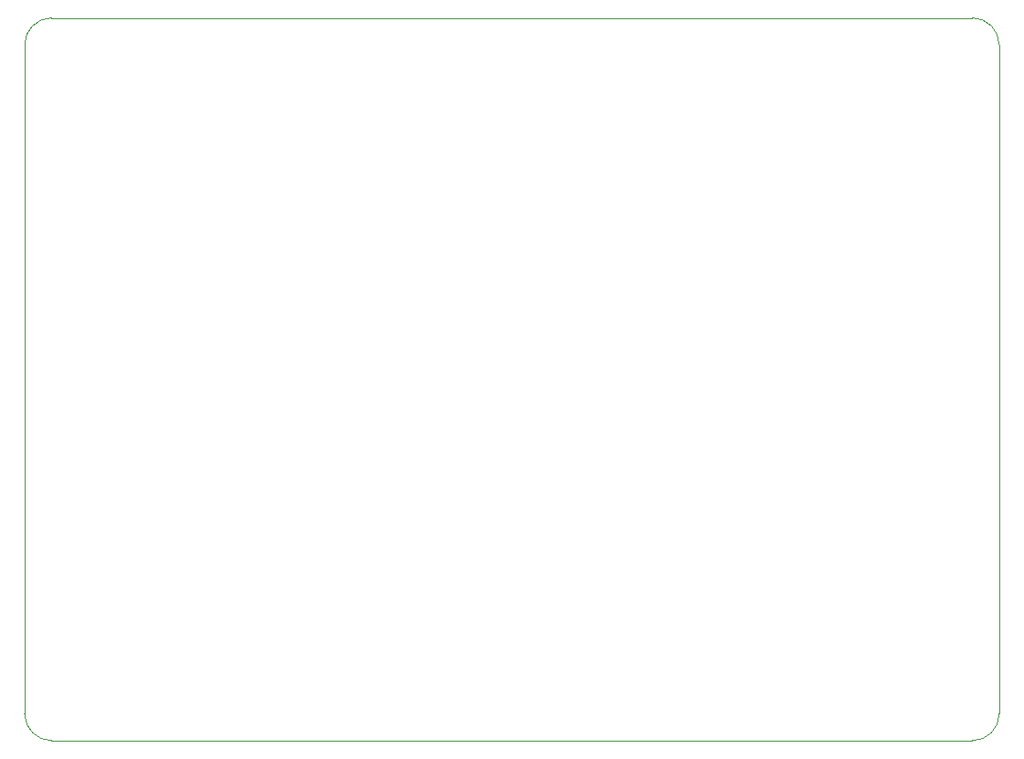
<source format=gbr>
%TF.GenerationSoftware,KiCad,Pcbnew,9.0.0*%
%TF.CreationDate,2025-10-06T07:12:43-05:00*%
%TF.ProjectId,BPSD-2025,42505344-2d32-4303-9235-2e6b69636164,rev?*%
%TF.SameCoordinates,Original*%
%TF.FileFunction,Profile,NP*%
%FSLAX46Y46*%
G04 Gerber Fmt 4.6, Leading zero omitted, Abs format (unit mm)*
G04 Created by KiCad (PCBNEW 9.0.0) date 2025-10-06 07:12:43*
%MOMM*%
%LPD*%
G01*
G04 APERTURE LIST*
%TA.AperFunction,Profile*%
%ADD10C,0.050000*%
%TD*%
G04 APERTURE END LIST*
D10*
X188750000Y-131000000D02*
X188750000Y-69000000D01*
X186250000Y-66500000D02*
X101000000Y-66500000D01*
X98500000Y-69000000D02*
G75*
G02*
X101000000Y-66500000I2500000J0D01*
G01*
X101000000Y-133500000D02*
G75*
G02*
X98500000Y-131000000I0J2500000D01*
G01*
X98500000Y-69000000D02*
X98500000Y-131000000D01*
X186250000Y-133500000D02*
X101000000Y-133500000D01*
X188750000Y-131000000D02*
G75*
G02*
X186250000Y-133500000I-2500000J0D01*
G01*
X186250000Y-66500000D02*
G75*
G02*
X188750000Y-69000000I0J-2500000D01*
G01*
M02*

</source>
